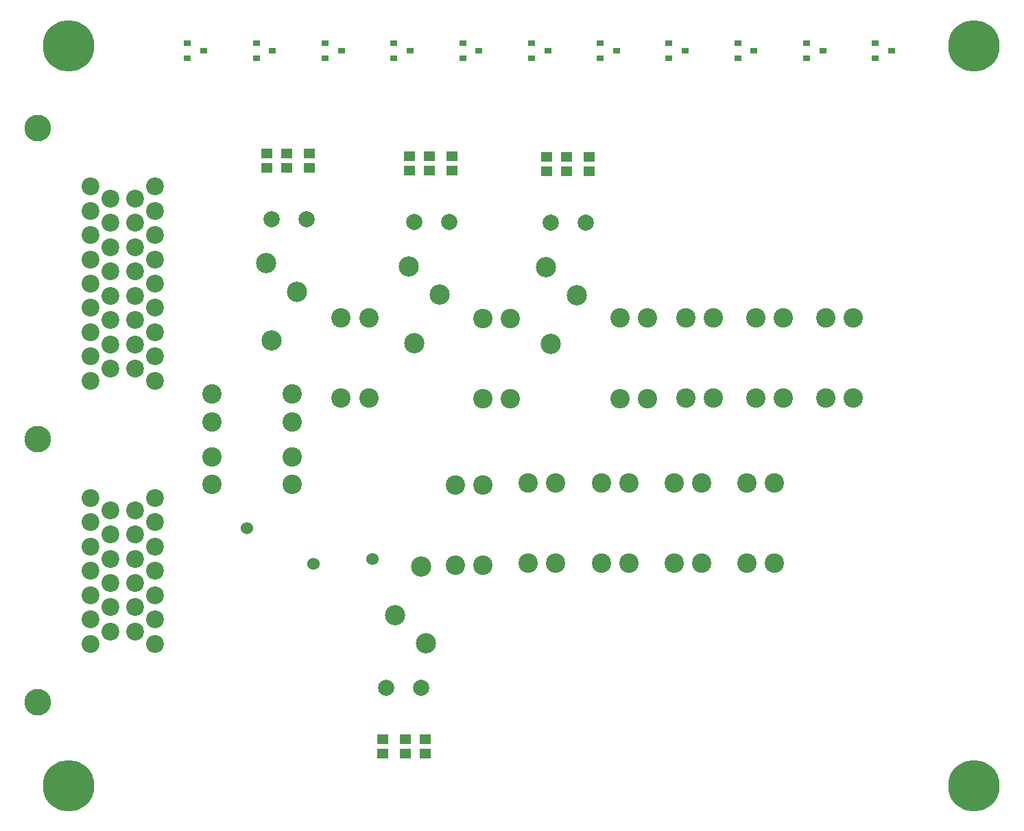
<source format=gbr>
%TF.GenerationSoftware,Altium Limited,Altium Designer,19.0.10 (269)*%
G04 Layer_Color=255*
%FSLAX26Y26*%
%MOIN*%
%TF.FileFunction,Pads,Bot*%
%TF.Part,Single*%
G01*
G75*
%TA.AperFunction,SMDPad,CuDef*%
%ADD12R,0.053150X0.045276*%
%TA.AperFunction,ComponentPad*%
%ADD23C,0.094488*%
%ADD24C,0.086614*%
%ADD25C,0.129921*%
%TA.AperFunction,ViaPad*%
%ADD26C,0.060000*%
%ADD27C,0.250000*%
%TA.AperFunction,ComponentPad*%
%ADD28C,0.098425*%
%ADD29C,0.078740*%
%TA.AperFunction,SMDPad,CuDef*%
%ADD31R,0.035433X0.031496*%
D12*
X1826929Y455102D02*
D03*
Y524000D02*
D03*
X1936929Y455102D02*
D03*
Y524000D02*
D03*
X2033584D02*
D03*
Y455102D02*
D03*
X1264345Y3307000D02*
D03*
Y3375898D02*
D03*
X1361000D02*
D03*
Y3307000D02*
D03*
X1471000Y3375898D02*
D03*
Y3307000D02*
D03*
X1957346Y3293001D02*
D03*
Y3361898D02*
D03*
X2054000D02*
D03*
Y3293001D02*
D03*
X2164000Y3361898D02*
D03*
Y3293001D02*
D03*
X2623001Y3290063D02*
D03*
Y3358961D02*
D03*
X2719655D02*
D03*
Y3290063D02*
D03*
X2829655Y3358961D02*
D03*
Y3290063D02*
D03*
D23*
X1385551Y1765000D02*
D03*
X995000D02*
D03*
X1385551Y1898858D02*
D03*
X995000D02*
D03*
Y2203780D02*
D03*
X1385551D02*
D03*
X995000Y2069921D02*
D03*
X1385551D02*
D03*
X1624843Y2186206D02*
D03*
Y2576757D02*
D03*
X1758701Y2186206D02*
D03*
Y2576757D02*
D03*
X2313490Y2181724D02*
D03*
Y2572276D02*
D03*
X2447348Y2181724D02*
D03*
Y2572276D02*
D03*
X2979165Y2183724D02*
D03*
Y2574276D02*
D03*
X3113023Y2183724D02*
D03*
Y2574276D02*
D03*
X3299361Y2184449D02*
D03*
Y2575000D02*
D03*
X3433220Y2184449D02*
D03*
Y2575000D02*
D03*
X3638246Y2184724D02*
D03*
Y2575276D02*
D03*
X3772104Y2184724D02*
D03*
Y2575276D02*
D03*
X3978379Y2184898D02*
D03*
Y2575450D02*
D03*
X4112237Y2184898D02*
D03*
Y2575450D02*
D03*
X3731237Y1771450D02*
D03*
Y1380898D02*
D03*
X3597378Y1771450D02*
D03*
Y1380898D02*
D03*
X3376886Y1771000D02*
D03*
Y1380449D02*
D03*
X3243028Y1771000D02*
D03*
Y1380449D02*
D03*
X3022570Y1771450D02*
D03*
Y1380898D02*
D03*
X2888712Y1771450D02*
D03*
Y1380898D02*
D03*
X2667701Y1771757D02*
D03*
Y1381206D02*
D03*
X2533843Y1771757D02*
D03*
Y1381206D02*
D03*
X2313314Y1763253D02*
D03*
Y1372702D02*
D03*
X2179456Y1763253D02*
D03*
Y1372702D02*
D03*
D24*
X720866Y2269685D02*
D03*
Y2387795D02*
D03*
Y2505905D02*
D03*
Y2624016D02*
D03*
Y2742126D02*
D03*
Y2860236D02*
D03*
Y2978347D02*
D03*
Y3096457D02*
D03*
Y3214567D02*
D03*
X622441Y2328740D02*
D03*
Y2446850D02*
D03*
Y2564961D02*
D03*
Y2683071D02*
D03*
Y2801181D02*
D03*
Y2919291D02*
D03*
Y3037402D02*
D03*
Y3155512D02*
D03*
X504331Y2328740D02*
D03*
Y2446850D02*
D03*
Y2564961D02*
D03*
Y2683071D02*
D03*
Y2801181D02*
D03*
Y2919291D02*
D03*
Y3037402D02*
D03*
Y3155512D02*
D03*
X405906Y2269685D02*
D03*
Y2387795D02*
D03*
Y2505905D02*
D03*
Y2624016D02*
D03*
Y2742126D02*
D03*
Y2860236D02*
D03*
Y2978347D02*
D03*
Y3096457D02*
D03*
Y3214567D02*
D03*
Y1698819D02*
D03*
Y1580709D02*
D03*
Y1462599D02*
D03*
Y1344488D02*
D03*
Y1226378D02*
D03*
Y1108268D02*
D03*
Y990158D02*
D03*
X504331Y1639764D02*
D03*
Y1521654D02*
D03*
Y1403543D02*
D03*
Y1285433D02*
D03*
Y1167323D02*
D03*
Y1049213D02*
D03*
X622441Y1639764D02*
D03*
Y1521654D02*
D03*
Y1403543D02*
D03*
Y1285433D02*
D03*
Y1167323D02*
D03*
Y1049213D02*
D03*
X720866Y1698819D02*
D03*
Y1580709D02*
D03*
Y1462599D02*
D03*
Y1344488D02*
D03*
Y1226378D02*
D03*
Y1108268D02*
D03*
Y990158D02*
D03*
D25*
X150000Y704724D02*
D03*
Y1984252D02*
D03*
Y3500000D02*
D03*
D26*
X1166000Y1552000D02*
D03*
X1777000Y1401000D02*
D03*
X1490000Y1380000D02*
D03*
D27*
X4700000Y300000D02*
D03*
Y3900000D02*
D03*
X300000D02*
D03*
Y300000D02*
D03*
D28*
X2644656Y2449512D02*
D03*
X2619065Y2823528D02*
D03*
X2768671Y2685732D02*
D03*
X1979001Y2452449D02*
D03*
X1953410Y2826465D02*
D03*
X2103016Y2688670D02*
D03*
X1286000Y2466449D02*
D03*
X1260410Y2840465D02*
D03*
X1410016Y2702669D02*
D03*
X2011929Y1364551D02*
D03*
X2037520Y990535D02*
D03*
X1887913Y1128331D02*
D03*
D29*
X2813947Y3040063D02*
D03*
X2644656D02*
D03*
X2148292Y3043001D02*
D03*
X1979001D02*
D03*
X1455292Y3057000D02*
D03*
X1286000D02*
D03*
X1842638Y774000D02*
D03*
X2011929D02*
D03*
D31*
X1291063Y3875725D02*
D03*
X1212323Y3913127D02*
D03*
Y3838324D02*
D03*
X956772Y3875725D02*
D03*
X878032Y3913127D02*
D03*
Y3838324D02*
D03*
X1625353Y3875725D02*
D03*
X1546613Y3913127D02*
D03*
Y3838324D02*
D03*
X3296806Y3875725D02*
D03*
X3218066Y3913127D02*
D03*
Y3838324D02*
D03*
X2962516Y3875725D02*
D03*
X2883776Y3913127D02*
D03*
Y3838324D02*
D03*
X2628225Y3875725D02*
D03*
X2549485Y3913127D02*
D03*
Y3838324D02*
D03*
X2293935Y3875725D02*
D03*
X2215194Y3913127D02*
D03*
Y3838324D02*
D03*
X1959644Y3875725D02*
D03*
X1880904Y3913127D02*
D03*
Y3838324D02*
D03*
X4299678Y3875725D02*
D03*
X4220938Y3913127D02*
D03*
Y3838324D02*
D03*
X3965388Y3875725D02*
D03*
X3886647Y3913127D02*
D03*
Y3838324D02*
D03*
X3631097Y3875725D02*
D03*
X3552357Y3913127D02*
D03*
Y3838324D02*
D03*
%TF.MD5,062b4777b42429cfd404b6d9389910cb*%
M02*

</source>
